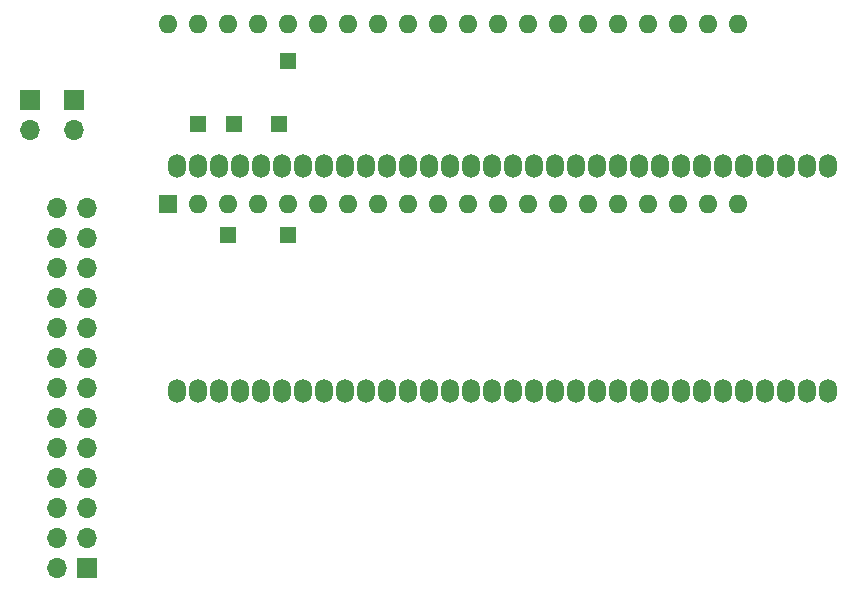
<source format=gbr>
%TF.GenerationSoftware,KiCad,Pcbnew,7.0.9-7.0.9~ubuntu20.04.1*%
%TF.CreationDate,2023-12-27T13:11:39+01:00*%
%TF.ProjectId,6303X_SDIP_Addon,36333033-585f-4534-9449-505f4164646f,rev?*%
%TF.SameCoordinates,Original*%
%TF.FileFunction,Soldermask,Top*%
%TF.FilePolarity,Negative*%
%FSLAX46Y46*%
G04 Gerber Fmt 4.6, Leading zero omitted, Abs format (unit mm)*
G04 Created by KiCad (PCBNEW 7.0.9-7.0.9~ubuntu20.04.1) date 2023-12-27 13:11:39*
%MOMM*%
%LPD*%
G01*
G04 APERTURE LIST*
%ADD10R,1.700000X1.700000*%
%ADD11O,1.700000X1.700000*%
%ADD12R,1.350000X1.350000*%
%ADD13R,1.600000X1.600000*%
%ADD14O,1.600000X1.600000*%
%ADD15O,1.500000X2.000000*%
G04 APERTURE END LIST*
D10*
%TO.C,JP1*%
X162052000Y-43942000D03*
D11*
X162052000Y-46482000D03*
%TD*%
D12*
%TO.C,J4*%
X183896000Y-40640000D03*
%TD*%
D13*
%TO.C,U3*%
X173736000Y-52730400D03*
D14*
X176276000Y-52730400D03*
X178816000Y-52730400D03*
X181356000Y-52730400D03*
X183896000Y-52730400D03*
X186436000Y-52730400D03*
X188976000Y-52730400D03*
X191516000Y-52730400D03*
X194056000Y-52730400D03*
X196596000Y-52730400D03*
X199136000Y-52730400D03*
X201676000Y-52730400D03*
X204216000Y-52730400D03*
X206756000Y-52730400D03*
X209296000Y-52730400D03*
X211836000Y-52730400D03*
X214376000Y-52730400D03*
X216916000Y-52730400D03*
X219456000Y-52730400D03*
X221996000Y-52730400D03*
X221996000Y-37490400D03*
X219456000Y-37490400D03*
X216916000Y-37490400D03*
X214376000Y-37490400D03*
X211836000Y-37490400D03*
X209296000Y-37490400D03*
X206756000Y-37490400D03*
X204216000Y-37490400D03*
X201676000Y-37490400D03*
X199136000Y-37490400D03*
X196596000Y-37490400D03*
X194056000Y-37490400D03*
X191516000Y-37490400D03*
X188976000Y-37490400D03*
X186436000Y-37490400D03*
X183896000Y-37490400D03*
X181356000Y-37490400D03*
X178816000Y-37490400D03*
X176276000Y-37490400D03*
X173736000Y-37490400D03*
%TD*%
D10*
%TO.C,J1*%
X166878000Y-83566000D03*
D11*
X164338000Y-83566000D03*
X166878000Y-81026000D03*
X164338000Y-81026000D03*
X166878000Y-78486000D03*
X164338000Y-78486000D03*
X166878000Y-75946000D03*
X164338000Y-75946000D03*
X166878000Y-73406000D03*
X164338000Y-73406000D03*
X166878000Y-70866000D03*
X164338000Y-70866000D03*
X166878000Y-68326000D03*
X164338000Y-68326000D03*
X166878000Y-65786000D03*
X164338000Y-65786000D03*
X166878000Y-63246000D03*
X164338000Y-63246000D03*
X166878000Y-60706000D03*
X164338000Y-60706000D03*
X166878000Y-58166000D03*
X164338000Y-58166000D03*
X166878000Y-55626000D03*
X164338000Y-55626000D03*
X166878000Y-53086000D03*
X164338000Y-53086000D03*
%TD*%
D15*
%TO.C,U2*%
X174442000Y-68550000D03*
X176220000Y-68550000D03*
X177998000Y-68550000D03*
X179776000Y-68550000D03*
X181554000Y-68550000D03*
X183332000Y-68550000D03*
X185110000Y-68550000D03*
X186888000Y-68550000D03*
X188666000Y-68550000D03*
X190444000Y-68550000D03*
X192222000Y-68550000D03*
X194000000Y-68550000D03*
X195778000Y-68550000D03*
X197556000Y-68550000D03*
X199334000Y-68550000D03*
X201112000Y-68550000D03*
X202890000Y-68550000D03*
X204668000Y-68550000D03*
X206446000Y-68550000D03*
X208224000Y-68550000D03*
X210002000Y-68550000D03*
X211780000Y-68550000D03*
X213558000Y-68550000D03*
X215336000Y-68550000D03*
X217114000Y-68550000D03*
X218892000Y-68550000D03*
X220670000Y-68550000D03*
X222448000Y-68550000D03*
X224226000Y-68550000D03*
X226004000Y-68550000D03*
X227782000Y-68550000D03*
X229560000Y-68550000D03*
X229560000Y-49500000D03*
X227782000Y-49500000D03*
X226004000Y-49500000D03*
X224226000Y-49500000D03*
X222448000Y-49500000D03*
X220670000Y-49500000D03*
X218892000Y-49500000D03*
X217114000Y-49500000D03*
X215336000Y-49500000D03*
X213558000Y-49500000D03*
X211780000Y-49500000D03*
X210002000Y-49500000D03*
X208224000Y-49500000D03*
X206446000Y-49500000D03*
X204668000Y-49500000D03*
X202890000Y-49500000D03*
X201112000Y-49500000D03*
X199334000Y-49500000D03*
X197556000Y-49500000D03*
X195778000Y-49500000D03*
X194000000Y-49500000D03*
X192222000Y-49500000D03*
X190444000Y-49500000D03*
X188666000Y-49500000D03*
X186888000Y-49500000D03*
X185110000Y-49500000D03*
X183332000Y-49500000D03*
X181554000Y-49500000D03*
X179776000Y-49500000D03*
X177998000Y-49500000D03*
X176220000Y-49500000D03*
X174442000Y-49500000D03*
%TD*%
D10*
%TO.C,JP2*%
X165709600Y-43942000D03*
D11*
X165709600Y-46482000D03*
%TD*%
D12*
%TO.C,J7*%
X183134000Y-45974000D03*
%TD*%
%TO.C,J6*%
X183896000Y-55372000D03*
%TD*%
%TO.C,J9*%
X179324000Y-45974000D03*
%TD*%
%TO.C,J8*%
X176276000Y-45974000D03*
%TD*%
%TO.C,J3*%
X178816000Y-55372000D03*
%TD*%
M02*

</source>
